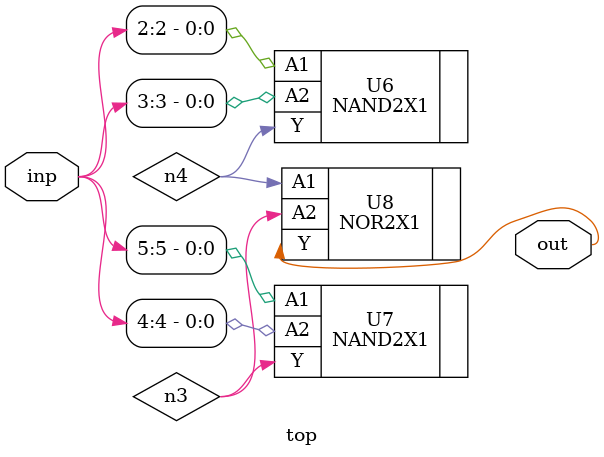
<source format=sv>


module top ( inp, out );
  input [5:0] inp;
  output out;
  wire   n3, n4;

  NAND2X1 U6 ( .A1(inp[2]), .A2(inp[3]), .Y(n4) );
  NAND2X1 U7 ( .A1(inp[5]), .A2(inp[4]), .Y(n3) );
  NOR2X1 U8 ( .A1(n4), .A2(n3), .Y(out) );
endmodule


</source>
